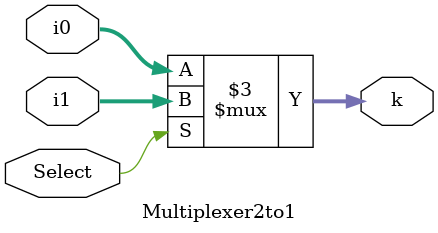
<source format=sv>
module Multiplexer2to1(k, i1, i0, Select);
	input Select;
	input wire[31:0] i1, i0;
	output reg[31:0] k;
	always @(i1 or i0 or Select)
	begin
	if (Select)
		k = i1;
	else
		k = i0;
	end
endmodule

</source>
